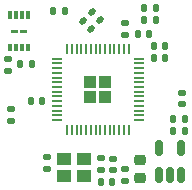
<source format=gtp>
G04 #@! TF.GenerationSoftware,KiCad,Pcbnew,6.0.10-86aedd382b~118~ubuntu22.04.1*
G04 #@! TF.CreationDate,2023-02-01T12:07:48+01:00*
G04 #@! TF.ProjectId,rpcube,72706375-6265-42e6-9b69-6361645f7063,rev?*
G04 #@! TF.SameCoordinates,Original*
G04 #@! TF.FileFunction,Paste,Top*
G04 #@! TF.FilePolarity,Positive*
%FSLAX46Y46*%
G04 Gerber Fmt 4.6, Leading zero omitted, Abs format (unit mm)*
G04 Created by KiCad (PCBNEW 6.0.10-86aedd382b~118~ubuntu22.04.1) date 2023-02-01 12:07:48*
%MOMM*%
%LPD*%
G01*
G04 APERTURE LIST*
G04 Aperture macros list*
%AMRoundRect*
0 Rectangle with rounded corners*
0 $1 Rounding radius*
0 $2 $3 $4 $5 $6 $7 $8 $9 X,Y pos of 4 corners*
0 Add a 4 corners polygon primitive as box body*
4,1,4,$2,$3,$4,$5,$6,$7,$8,$9,$2,$3,0*
0 Add four circle primitives for the rounded corners*
1,1,$1+$1,$2,$3*
1,1,$1+$1,$4,$5*
1,1,$1+$1,$6,$7*
1,1,$1+$1,$8,$9*
0 Add four rect primitives between the rounded corners*
20,1,$1+$1,$2,$3,$4,$5,0*
20,1,$1+$1,$4,$5,$6,$7,0*
20,1,$1+$1,$6,$7,$8,$9,0*
20,1,$1+$1,$8,$9,$2,$3,0*%
G04 Aperture macros list end*
%ADD10C,0.010000*%
%ADD11RoundRect,0.140000X0.219203X0.021213X0.021213X0.219203X-0.219203X-0.021213X-0.021213X-0.219203X0*%
%ADD12RoundRect,0.135000X-0.135000X-0.185000X0.135000X-0.185000X0.135000X0.185000X-0.135000X0.185000X0*%
%ADD13RoundRect,0.140000X-0.170000X0.140000X-0.170000X-0.140000X0.170000X-0.140000X0.170000X0.140000X0*%
%ADD14RoundRect,0.135000X-0.185000X0.135000X-0.185000X-0.135000X0.185000X-0.135000X0.185000X0.135000X0*%
%ADD15RoundRect,0.140000X0.140000X0.170000X-0.140000X0.170000X-0.140000X-0.170000X0.140000X-0.170000X0*%
%ADD16RoundRect,0.140000X0.170000X-0.140000X0.170000X0.140000X-0.170000X0.140000X-0.170000X-0.140000X0*%
%ADD17RoundRect,0.150000X0.150000X-0.512500X0.150000X0.512500X-0.150000X0.512500X-0.150000X-0.512500X0*%
%ADD18RoundRect,0.140000X-0.140000X-0.170000X0.140000X-0.170000X0.140000X0.170000X-0.140000X0.170000X0*%
%ADD19R,1.150000X1.000000*%
%ADD20RoundRect,0.250000X-0.292217X-0.292217X0.292217X-0.292217X0.292217X0.292217X-0.292217X0.292217X0*%
%ADD21RoundRect,0.050000X-0.387500X-0.050000X0.387500X-0.050000X0.387500X0.050000X-0.387500X0.050000X0*%
%ADD22RoundRect,0.050000X-0.050000X-0.387500X0.050000X-0.387500X0.050000X0.387500X-0.050000X0.387500X0*%
%ADD23RoundRect,0.225000X0.250000X-0.225000X0.250000X0.225000X-0.250000X0.225000X-0.250000X-0.225000X0*%
%ADD24RoundRect,0.135000X0.135000X0.185000X-0.135000X0.185000X-0.135000X-0.185000X0.135000X-0.185000X0*%
G04 APERTURE END LIST*
G36*
X77574000Y-64134000D02*
G01*
X77374000Y-64134000D01*
X77374000Y-63584000D01*
X77574000Y-63584000D01*
X77574000Y-64134000D01*
G37*
D10*
X77574000Y-64134000D02*
X77374000Y-64134000D01*
X77374000Y-63584000D01*
X77574000Y-63584000D01*
X77574000Y-64134000D01*
G36*
X78074000Y-64134000D02*
G01*
X77874000Y-64134000D01*
X77874000Y-63584000D01*
X78074000Y-63584000D01*
X78074000Y-64134000D01*
G37*
X78074000Y-64134000D02*
X77874000Y-64134000D01*
X77874000Y-63584000D01*
X78074000Y-63584000D01*
X78074000Y-64134000D01*
G36*
X78074000Y-61384000D02*
G01*
X77874000Y-61384000D01*
X77874000Y-60834000D01*
X78074000Y-60834000D01*
X78074000Y-61384000D01*
G37*
X78074000Y-61384000D02*
X77874000Y-61384000D01*
X77874000Y-60834000D01*
X78074000Y-60834000D01*
X78074000Y-61384000D01*
G36*
X78574000Y-64134000D02*
G01*
X78374000Y-64134000D01*
X78374000Y-63584000D01*
X78574000Y-63584000D01*
X78574000Y-64134000D01*
G37*
X78574000Y-64134000D02*
X78374000Y-64134000D01*
X78374000Y-63584000D01*
X78574000Y-63584000D01*
X78574000Y-64134000D01*
G36*
X78324000Y-62584000D02*
G01*
X77824000Y-62584000D01*
X77824000Y-62384000D01*
X78324000Y-62384000D01*
X78324000Y-62584000D01*
G37*
X78324000Y-62584000D02*
X77824000Y-62584000D01*
X77824000Y-62384000D01*
X78324000Y-62384000D01*
X78324000Y-62584000D01*
G36*
X77574000Y-61384000D02*
G01*
X77374000Y-61384000D01*
X77374000Y-60834000D01*
X77574000Y-60834000D01*
X77574000Y-61384000D01*
G37*
X77574000Y-61384000D02*
X77374000Y-61384000D01*
X77374000Y-60834000D01*
X77574000Y-60834000D01*
X77574000Y-61384000D01*
G36*
X77074000Y-61384000D02*
G01*
X76874000Y-61384000D01*
X76874000Y-60834000D01*
X77074000Y-60834000D01*
X77074000Y-61384000D01*
G37*
X77074000Y-61384000D02*
X76874000Y-61384000D01*
X76874000Y-60834000D01*
X77074000Y-60834000D01*
X77074000Y-61384000D01*
G36*
X77074000Y-64134000D02*
G01*
X76874000Y-64134000D01*
X76874000Y-63584000D01*
X77074000Y-63584000D01*
X77074000Y-64134000D01*
G37*
X77074000Y-64134000D02*
X76874000Y-64134000D01*
X76874000Y-63584000D01*
X77074000Y-63584000D01*
X77074000Y-64134000D01*
G36*
X78574000Y-61384000D02*
G01*
X78374000Y-61384000D01*
X78374000Y-60834000D01*
X78574000Y-60834000D01*
X78574000Y-61384000D01*
G37*
X78574000Y-61384000D02*
X78374000Y-61384000D01*
X78374000Y-60834000D01*
X78574000Y-60834000D01*
X78574000Y-61384000D01*
G36*
X77624000Y-62584000D02*
G01*
X77124000Y-62584000D01*
X77124000Y-62384000D01*
X77624000Y-62384000D01*
X77624000Y-62584000D01*
G37*
X77624000Y-62584000D02*
X77124000Y-62584000D01*
X77124000Y-62384000D01*
X77624000Y-62384000D01*
X77624000Y-62584000D01*
D11*
X84667411Y-61553411D03*
X83988589Y-60874589D03*
D12*
X77848999Y-65315633D03*
X78868999Y-65315633D03*
D13*
X77089000Y-69116000D03*
X77089000Y-70076000D03*
D14*
X76869593Y-64883468D03*
X76869593Y-65903468D03*
D15*
X88773000Y-62738000D03*
X87813000Y-62738000D03*
D16*
X86731618Y-62796954D03*
X86731618Y-61836954D03*
D17*
X89601000Y-74670500D03*
X90551000Y-74670500D03*
X91501000Y-74670500D03*
X91501000Y-72395500D03*
X89601000Y-72395500D03*
D18*
X89182000Y-63754000D03*
X90142000Y-63754000D03*
D16*
X91567000Y-68679000D03*
X91567000Y-67719000D03*
D13*
X85725000Y-73335000D03*
X85725000Y-74295000D03*
D15*
X79728000Y-68453000D03*
X78768000Y-68453000D03*
D16*
X80137000Y-74140000D03*
X80137000Y-73180000D03*
D19*
X83298000Y-73341000D03*
X81548000Y-73341000D03*
X81548000Y-74741000D03*
X83298000Y-74741000D03*
D18*
X89182000Y-64770000D03*
X90142000Y-64770000D03*
X90833000Y-70993000D03*
X91793000Y-70993000D03*
D20*
X85092500Y-66799500D03*
X83817500Y-66799500D03*
X83817500Y-68074500D03*
X85092500Y-68074500D03*
D21*
X81017500Y-64837000D03*
X81017500Y-65237000D03*
X81017500Y-65637000D03*
X81017500Y-66037000D03*
X81017500Y-66437000D03*
X81017500Y-66837000D03*
X81017500Y-67237000D03*
X81017500Y-67637000D03*
X81017500Y-68037000D03*
X81017500Y-68437000D03*
X81017500Y-68837000D03*
X81017500Y-69237000D03*
X81017500Y-69637000D03*
X81017500Y-70037000D03*
D22*
X81855000Y-70874500D03*
X82255000Y-70874500D03*
X82655000Y-70874500D03*
X83055000Y-70874500D03*
X83455000Y-70874500D03*
X83855000Y-70874500D03*
X84255000Y-70874500D03*
X84655000Y-70874500D03*
X85055000Y-70874500D03*
X85455000Y-70874500D03*
X85855000Y-70874500D03*
X86255000Y-70874500D03*
X86655000Y-70874500D03*
X87055000Y-70874500D03*
D21*
X87892500Y-70037000D03*
X87892500Y-69637000D03*
X87892500Y-69237000D03*
X87892500Y-68837000D03*
X87892500Y-68437000D03*
X87892500Y-68037000D03*
X87892500Y-67637000D03*
X87892500Y-67237000D03*
X87892500Y-66837000D03*
X87892500Y-66437000D03*
X87892500Y-66037000D03*
X87892500Y-65637000D03*
X87892500Y-65237000D03*
X87892500Y-64837000D03*
D22*
X87055000Y-63999500D03*
X86655000Y-63999500D03*
X86255000Y-63999500D03*
X85855000Y-63999500D03*
X85455000Y-63999500D03*
X85055000Y-63999500D03*
X84655000Y-63999500D03*
X84255000Y-63999500D03*
X83855000Y-63999500D03*
X83455000Y-63999500D03*
X83055000Y-63999500D03*
X82655000Y-63999500D03*
X82255000Y-63999500D03*
X81855000Y-63999500D03*
D14*
X84709000Y-73243000D03*
X84709000Y-74263000D03*
D18*
X90833000Y-69977000D03*
X91793000Y-69977000D03*
D13*
X86782650Y-74196000D03*
X86782650Y-75156000D03*
D23*
X88011000Y-74943000D03*
X88011000Y-73393000D03*
D24*
X89410000Y-61595000D03*
X88390000Y-61595000D03*
D18*
X84700939Y-75263890D03*
X85660939Y-75263890D03*
D24*
X89410000Y-60579000D03*
X88390000Y-60579000D03*
D18*
X80673000Y-60833000D03*
X81633000Y-60833000D03*
D11*
X83905411Y-62315411D03*
X83226589Y-61636589D03*
M02*

</source>
